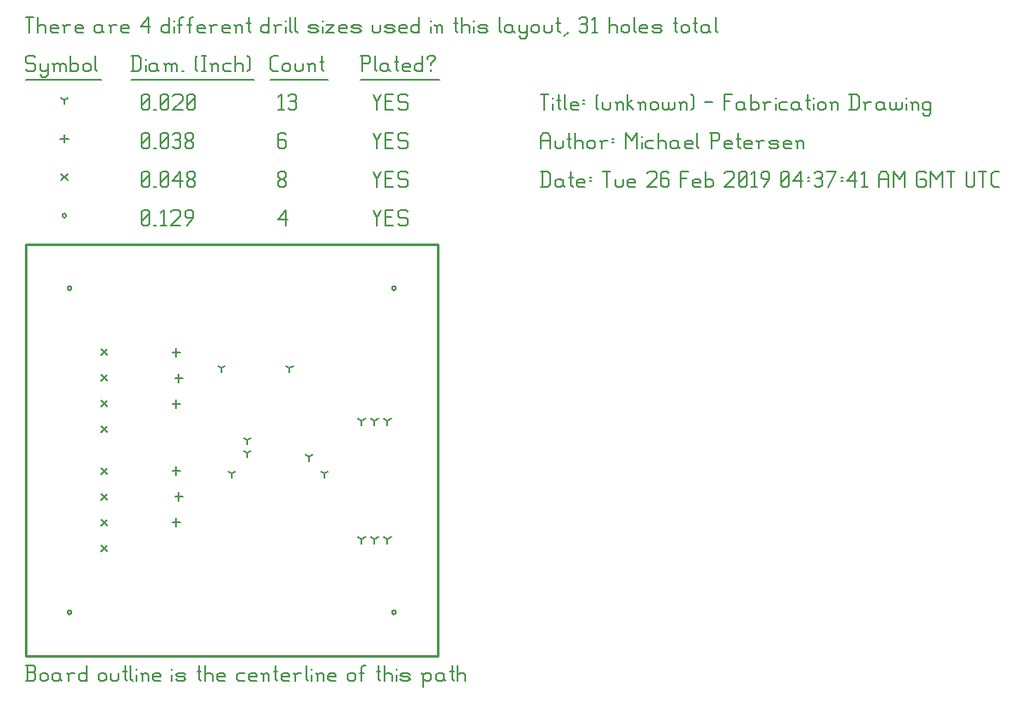
<source format=gbr>
G04 start of page 12 for group -3984 idx -3984 *
G04 Title: (unknown), fab *
G04 Creator: pcb 20140316 *
G04 CreationDate: Tue 26 Feb 2019 04:37:41 AM GMT UTC *
G04 For: railfan *
G04 Format: Gerber/RS-274X *
G04 PCB-Dimensions (mil): 1600.00 1600.00 *
G04 PCB-Coordinate-Origin: lower left *
%MOIN*%
%FSLAX25Y25*%
%LNFAB*%
%ADD69C,0.0100*%
%ADD68C,0.0075*%
%ADD67C,0.0060*%
%ADD66R,0.0080X0.0080*%
G54D66*X142200Y143000D02*G75*G03X143800Y143000I800J0D01*G01*
G75*G03X142200Y143000I-800J0D01*G01*
X16200D02*G75*G03X17800Y143000I800J0D01*G01*
G75*G03X16200Y143000I-800J0D01*G01*
X142200Y17000D02*G75*G03X143800Y17000I800J0D01*G01*
G75*G03X142200Y17000I-800J0D01*G01*
X16200D02*G75*G03X17800Y17000I800J0D01*G01*
G75*G03X16200Y17000I-800J0D01*G01*
X14200Y171250D02*G75*G03X15800Y171250I800J0D01*G01*
G75*G03X14200Y171250I-800J0D01*G01*
G54D67*X135000Y173500D02*X136500Y170500D01*
X138000Y173500D01*
X136500Y170500D02*Y167500D01*
X139800Y170800D02*X142050D01*
X139800Y167500D02*X142800D01*
X139800Y173500D02*Y167500D01*
Y173500D02*X142800D01*
X147600D02*X148350Y172750D01*
X145350Y173500D02*X147600D01*
X144600Y172750D02*X145350Y173500D01*
X144600Y172750D02*Y171250D01*
X145350Y170500D01*
X147600D01*
X148350Y169750D01*
Y168250D01*
X147600Y167500D02*X148350Y168250D01*
X145350Y167500D02*X147600D01*
X144600Y168250D02*X145350Y167500D01*
X98000Y169750D02*X101000Y173500D01*
X98000Y169750D02*X101750D01*
X101000Y173500D02*Y167500D01*
X45000Y168250D02*X45750Y167500D01*
X45000Y172750D02*Y168250D01*
Y172750D02*X45750Y173500D01*
X47250D01*
X48000Y172750D01*
Y168250D01*
X47250Y167500D02*X48000Y168250D01*
X45750Y167500D02*X47250D01*
X45000Y169000D02*X48000Y172000D01*
X49800Y167500D02*X50550D01*
X52350Y172300D02*X53550Y173500D01*
Y167500D01*
X52350D02*X54600D01*
X56400Y172750D02*X57150Y173500D01*
X59400D01*
X60150Y172750D01*
Y171250D01*
X56400Y167500D02*X60150Y171250D01*
X56400Y167500D02*X60150D01*
X62700D02*X64950Y170500D01*
Y172750D02*Y170500D01*
X64200Y173500D02*X64950Y172750D01*
X62700Y173500D02*X64200D01*
X61950Y172750D02*X62700Y173500D01*
X61950Y172750D02*Y171250D01*
X62700Y170500D01*
X64950D01*
X29300Y73200D02*X31700Y70800D01*
X29300D02*X31700Y73200D01*
X29300Y63200D02*X31700Y60800D01*
X29300D02*X31700Y63200D01*
X29300Y53200D02*X31700Y50800D01*
X29300D02*X31700Y53200D01*
X29300Y43200D02*X31700Y40800D01*
X29300D02*X31700Y43200D01*
X29400Y119400D02*X31800Y117000D01*
X29400D02*X31800Y119400D01*
X29400Y109400D02*X31800Y107000D01*
X29400D02*X31800Y109400D01*
X29400Y99400D02*X31800Y97000D01*
X29400D02*X31800Y99400D01*
X29400Y89400D02*X31800Y87000D01*
X29400D02*X31800Y89400D01*
X13800Y187450D02*X16200Y185050D01*
X13800D02*X16200Y187450D01*
X135000Y188500D02*X136500Y185500D01*
X138000Y188500D01*
X136500Y185500D02*Y182500D01*
X139800Y185800D02*X142050D01*
X139800Y182500D02*X142800D01*
X139800Y188500D02*Y182500D01*
Y188500D02*X142800D01*
X147600D02*X148350Y187750D01*
X145350Y188500D02*X147600D01*
X144600Y187750D02*X145350Y188500D01*
X144600Y187750D02*Y186250D01*
X145350Y185500D01*
X147600D01*
X148350Y184750D01*
Y183250D01*
X147600Y182500D02*X148350Y183250D01*
X145350Y182500D02*X147600D01*
X144600Y183250D02*X145350Y182500D01*
X98000Y183250D02*X98750Y182500D01*
X98000Y184450D02*Y183250D01*
Y184450D02*X99050Y185500D01*
X99950D01*
X101000Y184450D01*
Y183250D01*
X100250Y182500D02*X101000Y183250D01*
X98750Y182500D02*X100250D01*
X98000Y186550D02*X99050Y185500D01*
X98000Y187750D02*Y186550D01*
Y187750D02*X98750Y188500D01*
X100250D01*
X101000Y187750D01*
Y186550D01*
X99950Y185500D02*X101000Y186550D01*
X45000Y183250D02*X45750Y182500D01*
X45000Y187750D02*Y183250D01*
Y187750D02*X45750Y188500D01*
X47250D01*
X48000Y187750D01*
Y183250D01*
X47250Y182500D02*X48000Y183250D01*
X45750Y182500D02*X47250D01*
X45000Y184000D02*X48000Y187000D01*
X49800Y182500D02*X50550D01*
X52350Y183250D02*X53100Y182500D01*
X52350Y187750D02*Y183250D01*
Y187750D02*X53100Y188500D01*
X54600D01*
X55350Y187750D01*
Y183250D01*
X54600Y182500D02*X55350Y183250D01*
X53100Y182500D02*X54600D01*
X52350Y184000D02*X55350Y187000D01*
X57150Y184750D02*X60150Y188500D01*
X57150Y184750D02*X60900D01*
X60150Y188500D02*Y182500D01*
X62700Y183250D02*X63450Y182500D01*
X62700Y184450D02*Y183250D01*
Y184450D02*X63750Y185500D01*
X64650D01*
X65700Y184450D01*
Y183250D01*
X64950Y182500D02*X65700Y183250D01*
X63450Y182500D02*X64950D01*
X62700Y186550D02*X63750Y185500D01*
X62700Y187750D02*Y186550D01*
Y187750D02*X63450Y188500D01*
X64950D01*
X65700Y187750D01*
Y186550D01*
X64650Y185500D02*X65700Y186550D01*
X58500Y73600D02*Y70400D01*
X56900Y72000D02*X60100D01*
X59500Y63600D02*Y60400D01*
X57900Y62000D02*X61100D01*
X58500Y53600D02*Y50400D01*
X56900Y52000D02*X60100D01*
X58500Y119600D02*Y116400D01*
X56900Y118000D02*X60100D01*
X59500Y109600D02*Y106400D01*
X57900Y108000D02*X61100D01*
X58500Y99600D02*Y96400D01*
X56900Y98000D02*X60100D01*
X15000Y202850D02*Y199650D01*
X13400Y201250D02*X16600D01*
X135000Y203500D02*X136500Y200500D01*
X138000Y203500D01*
X136500Y200500D02*Y197500D01*
X139800Y200800D02*X142050D01*
X139800Y197500D02*X142800D01*
X139800Y203500D02*Y197500D01*
Y203500D02*X142800D01*
X147600D02*X148350Y202750D01*
X145350Y203500D02*X147600D01*
X144600Y202750D02*X145350Y203500D01*
X144600Y202750D02*Y201250D01*
X145350Y200500D01*
X147600D01*
X148350Y199750D01*
Y198250D01*
X147600Y197500D02*X148350Y198250D01*
X145350Y197500D02*X147600D01*
X144600Y198250D02*X145350Y197500D01*
X100250Y203500D02*X101000Y202750D01*
X98750Y203500D02*X100250D01*
X98000Y202750D02*X98750Y203500D01*
X98000Y202750D02*Y198250D01*
X98750Y197500D01*
X100250Y200800D02*X101000Y200050D01*
X98000Y200800D02*X100250D01*
X98750Y197500D02*X100250D01*
X101000Y198250D01*
Y200050D02*Y198250D01*
X45000D02*X45750Y197500D01*
X45000Y202750D02*Y198250D01*
Y202750D02*X45750Y203500D01*
X47250D01*
X48000Y202750D01*
Y198250D01*
X47250Y197500D02*X48000Y198250D01*
X45750Y197500D02*X47250D01*
X45000Y199000D02*X48000Y202000D01*
X49800Y197500D02*X50550D01*
X52350Y198250D02*X53100Y197500D01*
X52350Y202750D02*Y198250D01*
Y202750D02*X53100Y203500D01*
X54600D01*
X55350Y202750D01*
Y198250D01*
X54600Y197500D02*X55350Y198250D01*
X53100Y197500D02*X54600D01*
X52350Y199000D02*X55350Y202000D01*
X57150Y202750D02*X57900Y203500D01*
X59400D01*
X60150Y202750D01*
X59400Y197500D02*X60150Y198250D01*
X57900Y197500D02*X59400D01*
X57150Y198250D02*X57900Y197500D01*
Y200800D02*X59400D01*
X60150Y202750D02*Y201550D01*
Y200050D02*Y198250D01*
Y200050D02*X59400Y200800D01*
X60150Y201550D02*X59400Y200800D01*
X61950Y198250D02*X62700Y197500D01*
X61950Y199450D02*Y198250D01*
Y199450D02*X63000Y200500D01*
X63900D01*
X64950Y199450D01*
Y198250D01*
X64200Y197500D02*X64950Y198250D01*
X62700Y197500D02*X64200D01*
X61950Y201550D02*X63000Y200500D01*
X61950Y202750D02*Y201550D01*
Y202750D02*X62700Y203500D01*
X64200D01*
X64950Y202750D01*
Y201550D01*
X63900Y200500D02*X64950Y201550D01*
X86000Y84000D02*Y82400D01*
Y84000D02*X87387Y84800D01*
X86000Y84000D02*X84613Y84800D01*
X86000Y79000D02*Y77400D01*
Y79000D02*X87387Y79800D01*
X86000Y79000D02*X84613Y79800D01*
X130500Y91500D02*Y89900D01*
Y91500D02*X131887Y92300D01*
X130500Y91500D02*X129113Y92300D01*
X135500Y91500D02*Y89900D01*
Y91500D02*X136887Y92300D01*
X135500Y91500D02*X134113Y92300D01*
X140500Y91500D02*Y89900D01*
Y91500D02*X141887Y92300D01*
X140500Y91500D02*X139113Y92300D01*
X130500Y45500D02*Y43900D01*
Y45500D02*X131887Y46300D01*
X130500Y45500D02*X129113Y46300D01*
X135500Y45500D02*Y43900D01*
Y45500D02*X136887Y46300D01*
X135500Y45500D02*X134113Y46300D01*
X140500Y45500D02*Y43900D01*
Y45500D02*X141887Y46300D01*
X140500Y45500D02*X139113Y46300D01*
X102500Y112000D02*Y110400D01*
Y112000D02*X103887Y112800D01*
X102500Y112000D02*X101113Y112800D01*
X76000Y112000D02*Y110400D01*
Y112000D02*X77387Y112800D01*
X76000Y112000D02*X74613Y112800D01*
X80000Y71000D02*Y69400D01*
Y71000D02*X81387Y71800D01*
X80000Y71000D02*X78613Y71800D01*
X110000Y77500D02*Y75900D01*
Y77500D02*X111387Y78300D01*
X110000Y77500D02*X108613Y78300D01*
X116000Y71000D02*Y69400D01*
Y71000D02*X117387Y71800D01*
X116000Y71000D02*X114613Y71800D01*
X15000Y216250D02*Y214650D01*
Y216250D02*X16387Y217050D01*
X15000Y216250D02*X13613Y217050D01*
X135000Y218500D02*X136500Y215500D01*
X138000Y218500D01*
X136500Y215500D02*Y212500D01*
X139800Y215800D02*X142050D01*
X139800Y212500D02*X142800D01*
X139800Y218500D02*Y212500D01*
Y218500D02*X142800D01*
X147600D02*X148350Y217750D01*
X145350Y218500D02*X147600D01*
X144600Y217750D02*X145350Y218500D01*
X144600Y217750D02*Y216250D01*
X145350Y215500D01*
X147600D01*
X148350Y214750D01*
Y213250D01*
X147600Y212500D02*X148350Y213250D01*
X145350Y212500D02*X147600D01*
X144600Y213250D02*X145350Y212500D01*
X98000Y217300D02*X99200Y218500D01*
Y212500D01*
X98000D02*X100250D01*
X102050Y217750D02*X102800Y218500D01*
X104300D01*
X105050Y217750D01*
X104300Y212500D02*X105050Y213250D01*
X102800Y212500D02*X104300D01*
X102050Y213250D02*X102800Y212500D01*
Y215800D02*X104300D01*
X105050Y217750D02*Y216550D01*
Y215050D02*Y213250D01*
Y215050D02*X104300Y215800D01*
X105050Y216550D02*X104300Y215800D01*
X45000Y213250D02*X45750Y212500D01*
X45000Y217750D02*Y213250D01*
Y217750D02*X45750Y218500D01*
X47250D01*
X48000Y217750D01*
Y213250D01*
X47250Y212500D02*X48000Y213250D01*
X45750Y212500D02*X47250D01*
X45000Y214000D02*X48000Y217000D01*
X49800Y212500D02*X50550D01*
X52350Y213250D02*X53100Y212500D01*
X52350Y217750D02*Y213250D01*
Y217750D02*X53100Y218500D01*
X54600D01*
X55350Y217750D01*
Y213250D01*
X54600Y212500D02*X55350Y213250D01*
X53100Y212500D02*X54600D01*
X52350Y214000D02*X55350Y217000D01*
X57150Y217750D02*X57900Y218500D01*
X60150D01*
X60900Y217750D01*
Y216250D01*
X57150Y212500D02*X60900Y216250D01*
X57150Y212500D02*X60900D01*
X62700Y213250D02*X63450Y212500D01*
X62700Y217750D02*Y213250D01*
Y217750D02*X63450Y218500D01*
X64950D01*
X65700Y217750D01*
Y213250D01*
X64950Y212500D02*X65700Y213250D01*
X63450Y212500D02*X64950D01*
X62700Y214000D02*X65700Y217000D01*
X3000Y233500D02*X3750Y232750D01*
X750Y233500D02*X3000D01*
X0Y232750D02*X750Y233500D01*
X0Y232750D02*Y231250D01*
X750Y230500D01*
X3000D01*
X3750Y229750D01*
Y228250D01*
X3000Y227500D02*X3750Y228250D01*
X750Y227500D02*X3000D01*
X0Y228250D02*X750Y227500D01*
X5550Y230500D02*Y228250D01*
X6300Y227500D01*
X8550Y230500D02*Y226000D01*
X7800Y225250D02*X8550Y226000D01*
X6300Y225250D02*X7800D01*
X5550Y226000D02*X6300Y225250D01*
Y227500D02*X7800D01*
X8550Y228250D01*
X11100Y229750D02*Y227500D01*
Y229750D02*X11850Y230500D01*
X12600D01*
X13350Y229750D01*
Y227500D01*
Y229750D02*X14100Y230500D01*
X14850D01*
X15600Y229750D01*
Y227500D01*
X10350Y230500D02*X11100Y229750D01*
X17400Y233500D02*Y227500D01*
Y228250D02*X18150Y227500D01*
X19650D01*
X20400Y228250D01*
Y229750D02*Y228250D01*
X19650Y230500D02*X20400Y229750D01*
X18150Y230500D02*X19650D01*
X17400Y229750D02*X18150Y230500D01*
X22200Y229750D02*Y228250D01*
Y229750D02*X22950Y230500D01*
X24450D01*
X25200Y229750D01*
Y228250D01*
X24450Y227500D02*X25200Y228250D01*
X22950Y227500D02*X24450D01*
X22200Y228250D02*X22950Y227500D01*
X27000Y233500D02*Y228250D01*
X27750Y227500D01*
X0Y224250D02*X29250D01*
X41750Y233500D02*Y227500D01*
X43700Y233500D02*X44750Y232450D01*
Y228550D01*
X43700Y227500D02*X44750Y228550D01*
X41000Y227500D02*X43700D01*
X41000Y233500D02*X43700D01*
G54D68*X46550Y232000D02*Y231850D01*
G54D67*Y229750D02*Y227500D01*
X50300Y230500D02*X51050Y229750D01*
X48800Y230500D02*X50300D01*
X48050Y229750D02*X48800Y230500D01*
X48050Y229750D02*Y228250D01*
X48800Y227500D01*
X51050Y230500D02*Y228250D01*
X51800Y227500D01*
X48800D02*X50300D01*
X51050Y228250D01*
X54350Y229750D02*Y227500D01*
Y229750D02*X55100Y230500D01*
X55850D01*
X56600Y229750D01*
Y227500D01*
Y229750D02*X57350Y230500D01*
X58100D01*
X58850Y229750D01*
Y227500D01*
X53600Y230500D02*X54350Y229750D01*
X60650Y227500D02*X61400D01*
X65900Y228250D02*X66650Y227500D01*
X65900Y232750D02*X66650Y233500D01*
X65900Y232750D02*Y228250D01*
X68450Y233500D02*X69950D01*
X69200D02*Y227500D01*
X68450D02*X69950D01*
X72500Y229750D02*Y227500D01*
Y229750D02*X73250Y230500D01*
X74000D01*
X74750Y229750D01*
Y227500D01*
X71750Y230500D02*X72500Y229750D01*
X77300Y230500D02*X79550D01*
X76550Y229750D02*X77300Y230500D01*
X76550Y229750D02*Y228250D01*
X77300Y227500D01*
X79550D01*
X81350Y233500D02*Y227500D01*
Y229750D02*X82100Y230500D01*
X83600D01*
X84350Y229750D01*
Y227500D01*
X86150Y233500D02*X86900Y232750D01*
Y228250D01*
X86150Y227500D02*X86900Y228250D01*
X41000Y224250D02*X88700D01*
X96050Y227500D02*X98000D01*
X95000Y228550D02*X96050Y227500D01*
X95000Y232450D02*Y228550D01*
Y232450D02*X96050Y233500D01*
X98000D01*
X99800Y229750D02*Y228250D01*
Y229750D02*X100550Y230500D01*
X102050D01*
X102800Y229750D01*
Y228250D01*
X102050Y227500D02*X102800Y228250D01*
X100550Y227500D02*X102050D01*
X99800Y228250D02*X100550Y227500D01*
X104600Y230500D02*Y228250D01*
X105350Y227500D01*
X106850D01*
X107600Y228250D01*
Y230500D02*Y228250D01*
X110150Y229750D02*Y227500D01*
Y229750D02*X110900Y230500D01*
X111650D01*
X112400Y229750D01*
Y227500D01*
X109400Y230500D02*X110150Y229750D01*
X114950Y233500D02*Y228250D01*
X115700Y227500D01*
X114200Y231250D02*X115700D01*
X95000Y224250D02*X117200D01*
X130750Y233500D02*Y227500D01*
X130000Y233500D02*X133000D01*
X133750Y232750D01*
Y231250D01*
X133000Y230500D02*X133750Y231250D01*
X130750Y230500D02*X133000D01*
X135550Y233500D02*Y228250D01*
X136300Y227500D01*
X140050Y230500D02*X140800Y229750D01*
X138550Y230500D02*X140050D01*
X137800Y229750D02*X138550Y230500D01*
X137800Y229750D02*Y228250D01*
X138550Y227500D01*
X140800Y230500D02*Y228250D01*
X141550Y227500D01*
X138550D02*X140050D01*
X140800Y228250D01*
X144100Y233500D02*Y228250D01*
X144850Y227500D01*
X143350Y231250D02*X144850D01*
X147100Y227500D02*X149350D01*
X146350Y228250D02*X147100Y227500D01*
X146350Y229750D02*Y228250D01*
Y229750D02*X147100Y230500D01*
X148600D01*
X149350Y229750D01*
X146350Y229000D02*X149350D01*
Y229750D02*Y229000D01*
X154150Y233500D02*Y227500D01*
X153400D02*X154150Y228250D01*
X151900Y227500D02*X153400D01*
X151150Y228250D02*X151900Y227500D01*
X151150Y229750D02*Y228250D01*
Y229750D02*X151900Y230500D01*
X153400D01*
X154150Y229750D01*
X157450Y230500D02*Y229750D01*
Y228250D02*Y227500D01*
X155950Y232750D02*Y232000D01*
Y232750D02*X156700Y233500D01*
X158200D01*
X158950Y232750D01*
Y232000D01*
X157450Y230500D02*X158950Y232000D01*
X130000Y224250D02*X160750D01*
X0Y248500D02*X3000D01*
X1500D02*Y242500D01*
X4800Y248500D02*Y242500D01*
Y244750D02*X5550Y245500D01*
X7050D01*
X7800Y244750D01*
Y242500D01*
X10350D02*X12600D01*
X9600Y243250D02*X10350Y242500D01*
X9600Y244750D02*Y243250D01*
Y244750D02*X10350Y245500D01*
X11850D01*
X12600Y244750D01*
X9600Y244000D02*X12600D01*
Y244750D02*Y244000D01*
X15150Y244750D02*Y242500D01*
Y244750D02*X15900Y245500D01*
X17400D01*
X14400D02*X15150Y244750D01*
X19950Y242500D02*X22200D01*
X19200Y243250D02*X19950Y242500D01*
X19200Y244750D02*Y243250D01*
Y244750D02*X19950Y245500D01*
X21450D01*
X22200Y244750D01*
X19200Y244000D02*X22200D01*
Y244750D02*Y244000D01*
X28950Y245500D02*X29700Y244750D01*
X27450Y245500D02*X28950D01*
X26700Y244750D02*X27450Y245500D01*
X26700Y244750D02*Y243250D01*
X27450Y242500D01*
X29700Y245500D02*Y243250D01*
X30450Y242500D01*
X27450D02*X28950D01*
X29700Y243250D01*
X33000Y244750D02*Y242500D01*
Y244750D02*X33750Y245500D01*
X35250D01*
X32250D02*X33000Y244750D01*
X37800Y242500D02*X40050D01*
X37050Y243250D02*X37800Y242500D01*
X37050Y244750D02*Y243250D01*
Y244750D02*X37800Y245500D01*
X39300D01*
X40050Y244750D01*
X37050Y244000D02*X40050D01*
Y244750D02*Y244000D01*
X44550Y244750D02*X47550Y248500D01*
X44550Y244750D02*X48300D01*
X47550Y248500D02*Y242500D01*
X55800Y248500D02*Y242500D01*
X55050D02*X55800Y243250D01*
X53550Y242500D02*X55050D01*
X52800Y243250D02*X53550Y242500D01*
X52800Y244750D02*Y243250D01*
Y244750D02*X53550Y245500D01*
X55050D01*
X55800Y244750D01*
G54D68*X57600Y247000D02*Y246850D01*
G54D67*Y244750D02*Y242500D01*
X59850Y247750D02*Y242500D01*
Y247750D02*X60600Y248500D01*
X61350D01*
X59100Y245500D02*X60600D01*
X63600Y247750D02*Y242500D01*
Y247750D02*X64350Y248500D01*
X65100D01*
X62850Y245500D02*X64350D01*
X67350Y242500D02*X69600D01*
X66600Y243250D02*X67350Y242500D01*
X66600Y244750D02*Y243250D01*
Y244750D02*X67350Y245500D01*
X68850D01*
X69600Y244750D01*
X66600Y244000D02*X69600D01*
Y244750D02*Y244000D01*
X72150Y244750D02*Y242500D01*
Y244750D02*X72900Y245500D01*
X74400D01*
X71400D02*X72150Y244750D01*
X76950Y242500D02*X79200D01*
X76200Y243250D02*X76950Y242500D01*
X76200Y244750D02*Y243250D01*
Y244750D02*X76950Y245500D01*
X78450D01*
X79200Y244750D01*
X76200Y244000D02*X79200D01*
Y244750D02*Y244000D01*
X81750Y244750D02*Y242500D01*
Y244750D02*X82500Y245500D01*
X83250D01*
X84000Y244750D01*
Y242500D01*
X81000Y245500D02*X81750Y244750D01*
X86550Y248500D02*Y243250D01*
X87300Y242500D01*
X85800Y246250D02*X87300D01*
X94500Y248500D02*Y242500D01*
X93750D02*X94500Y243250D01*
X92250Y242500D02*X93750D01*
X91500Y243250D02*X92250Y242500D01*
X91500Y244750D02*Y243250D01*
Y244750D02*X92250Y245500D01*
X93750D01*
X94500Y244750D01*
X97050D02*Y242500D01*
Y244750D02*X97800Y245500D01*
X99300D01*
X96300D02*X97050Y244750D01*
G54D68*X101100Y247000D02*Y246850D01*
G54D67*Y244750D02*Y242500D01*
X102600Y248500D02*Y243250D01*
X103350Y242500D01*
X104850Y248500D02*Y243250D01*
X105600Y242500D01*
X110550D02*X112800D01*
X113550Y243250D01*
X112800Y244000D02*X113550Y243250D01*
X110550Y244000D02*X112800D01*
X109800Y244750D02*X110550Y244000D01*
X109800Y244750D02*X110550Y245500D01*
X112800D01*
X113550Y244750D01*
X109800Y243250D02*X110550Y242500D01*
G54D68*X115350Y247000D02*Y246850D01*
G54D67*Y244750D02*Y242500D01*
X116850Y245500D02*X119850D01*
X116850Y242500D02*X119850Y245500D01*
X116850Y242500D02*X119850D01*
X122400D02*X124650D01*
X121650Y243250D02*X122400Y242500D01*
X121650Y244750D02*Y243250D01*
Y244750D02*X122400Y245500D01*
X123900D01*
X124650Y244750D01*
X121650Y244000D02*X124650D01*
Y244750D02*Y244000D01*
X127200Y242500D02*X129450D01*
X130200Y243250D01*
X129450Y244000D02*X130200Y243250D01*
X127200Y244000D02*X129450D01*
X126450Y244750D02*X127200Y244000D01*
X126450Y244750D02*X127200Y245500D01*
X129450D01*
X130200Y244750D01*
X126450Y243250D02*X127200Y242500D01*
X134700Y245500D02*Y243250D01*
X135450Y242500D01*
X136950D01*
X137700Y243250D01*
Y245500D02*Y243250D01*
X140250Y242500D02*X142500D01*
X143250Y243250D01*
X142500Y244000D02*X143250Y243250D01*
X140250Y244000D02*X142500D01*
X139500Y244750D02*X140250Y244000D01*
X139500Y244750D02*X140250Y245500D01*
X142500D01*
X143250Y244750D01*
X139500Y243250D02*X140250Y242500D01*
X145800D02*X148050D01*
X145050Y243250D02*X145800Y242500D01*
X145050Y244750D02*Y243250D01*
Y244750D02*X145800Y245500D01*
X147300D01*
X148050Y244750D01*
X145050Y244000D02*X148050D01*
Y244750D02*Y244000D01*
X152850Y248500D02*Y242500D01*
X152100D02*X152850Y243250D01*
X150600Y242500D02*X152100D01*
X149850Y243250D02*X150600Y242500D01*
X149850Y244750D02*Y243250D01*
Y244750D02*X150600Y245500D01*
X152100D01*
X152850Y244750D01*
G54D68*X157350Y247000D02*Y246850D01*
G54D67*Y244750D02*Y242500D01*
X159600Y244750D02*Y242500D01*
Y244750D02*X160350Y245500D01*
X161100D01*
X161850Y244750D01*
Y242500D01*
X158850Y245500D02*X159600Y244750D01*
X167100Y248500D02*Y243250D01*
X167850Y242500D01*
X166350Y246250D02*X167850D01*
X169350Y248500D02*Y242500D01*
Y244750D02*X170100Y245500D01*
X171600D01*
X172350Y244750D01*
Y242500D01*
G54D68*X174150Y247000D02*Y246850D01*
G54D67*Y244750D02*Y242500D01*
X176400D02*X178650D01*
X179400Y243250D01*
X178650Y244000D02*X179400Y243250D01*
X176400Y244000D02*X178650D01*
X175650Y244750D02*X176400Y244000D01*
X175650Y244750D02*X176400Y245500D01*
X178650D01*
X179400Y244750D01*
X175650Y243250D02*X176400Y242500D01*
X183900Y248500D02*Y243250D01*
X184650Y242500D01*
X188400Y245500D02*X189150Y244750D01*
X186900Y245500D02*X188400D01*
X186150Y244750D02*X186900Y245500D01*
X186150Y244750D02*Y243250D01*
X186900Y242500D01*
X189150Y245500D02*Y243250D01*
X189900Y242500D01*
X186900D02*X188400D01*
X189150Y243250D01*
X191700Y245500D02*Y243250D01*
X192450Y242500D01*
X194700Y245500D02*Y241000D01*
X193950Y240250D02*X194700Y241000D01*
X192450Y240250D02*X193950D01*
X191700Y241000D02*X192450Y240250D01*
Y242500D02*X193950D01*
X194700Y243250D01*
X196500Y244750D02*Y243250D01*
Y244750D02*X197250Y245500D01*
X198750D01*
X199500Y244750D01*
Y243250D01*
X198750Y242500D02*X199500Y243250D01*
X197250Y242500D02*X198750D01*
X196500Y243250D02*X197250Y242500D01*
X201300Y245500D02*Y243250D01*
X202050Y242500D01*
X203550D01*
X204300Y243250D01*
Y245500D02*Y243250D01*
X206850Y248500D02*Y243250D01*
X207600Y242500D01*
X206100Y246250D02*X207600D01*
X209100Y241000D02*X210600Y242500D01*
X215100Y247750D02*X215850Y248500D01*
X217350D01*
X218100Y247750D01*
X217350Y242500D02*X218100Y243250D01*
X215850Y242500D02*X217350D01*
X215100Y243250D02*X215850Y242500D01*
Y245800D02*X217350D01*
X218100Y247750D02*Y246550D01*
Y245050D02*Y243250D01*
Y245050D02*X217350Y245800D01*
X218100Y246550D02*X217350Y245800D01*
X219900Y247300D02*X221100Y248500D01*
Y242500D01*
X219900D02*X222150D01*
X226650Y248500D02*Y242500D01*
Y244750D02*X227400Y245500D01*
X228900D01*
X229650Y244750D01*
Y242500D01*
X231450Y244750D02*Y243250D01*
Y244750D02*X232200Y245500D01*
X233700D01*
X234450Y244750D01*
Y243250D01*
X233700Y242500D02*X234450Y243250D01*
X232200Y242500D02*X233700D01*
X231450Y243250D02*X232200Y242500D01*
X236250Y248500D02*Y243250D01*
X237000Y242500D01*
X239250D02*X241500D01*
X238500Y243250D02*X239250Y242500D01*
X238500Y244750D02*Y243250D01*
Y244750D02*X239250Y245500D01*
X240750D01*
X241500Y244750D01*
X238500Y244000D02*X241500D01*
Y244750D02*Y244000D01*
X244050Y242500D02*X246300D01*
X247050Y243250D01*
X246300Y244000D02*X247050Y243250D01*
X244050Y244000D02*X246300D01*
X243300Y244750D02*X244050Y244000D01*
X243300Y244750D02*X244050Y245500D01*
X246300D01*
X247050Y244750D01*
X243300Y243250D02*X244050Y242500D01*
X252300Y248500D02*Y243250D01*
X253050Y242500D01*
X251550Y246250D02*X253050D01*
X254550Y244750D02*Y243250D01*
Y244750D02*X255300Y245500D01*
X256800D01*
X257550Y244750D01*
Y243250D01*
X256800Y242500D02*X257550Y243250D01*
X255300Y242500D02*X256800D01*
X254550Y243250D02*X255300Y242500D01*
X260100Y248500D02*Y243250D01*
X260850Y242500D01*
X259350Y246250D02*X260850D01*
X264600Y245500D02*X265350Y244750D01*
X263100Y245500D02*X264600D01*
X262350Y244750D02*X263100Y245500D01*
X262350Y244750D02*Y243250D01*
X263100Y242500D01*
X265350Y245500D02*Y243250D01*
X266100Y242500D01*
X263100D02*X264600D01*
X265350Y243250D01*
X267900Y248500D02*Y243250D01*
X268650Y242500D01*
G54D69*X0Y0D02*X160000D01*
Y160000D01*
X0D01*
Y0D01*
G54D67*Y-9500D02*X3000D01*
X3750Y-8750D01*
Y-6950D02*Y-8750D01*
X3000Y-6200D02*X3750Y-6950D01*
X750Y-6200D02*X3000D01*
X750Y-3500D02*Y-9500D01*
X0Y-3500D02*X3000D01*
X3750Y-4250D01*
Y-5450D01*
X3000Y-6200D02*X3750Y-5450D01*
X5550Y-7250D02*Y-8750D01*
Y-7250D02*X6300Y-6500D01*
X7800D01*
X8550Y-7250D01*
Y-8750D01*
X7800Y-9500D02*X8550Y-8750D01*
X6300Y-9500D02*X7800D01*
X5550Y-8750D02*X6300Y-9500D01*
X12600Y-6500D02*X13350Y-7250D01*
X11100Y-6500D02*X12600D01*
X10350Y-7250D02*X11100Y-6500D01*
X10350Y-7250D02*Y-8750D01*
X11100Y-9500D01*
X13350Y-6500D02*Y-8750D01*
X14100Y-9500D01*
X11100D02*X12600D01*
X13350Y-8750D01*
X16650Y-7250D02*Y-9500D01*
Y-7250D02*X17400Y-6500D01*
X18900D01*
X15900D02*X16650Y-7250D01*
X23700Y-3500D02*Y-9500D01*
X22950D02*X23700Y-8750D01*
X21450Y-9500D02*X22950D01*
X20700Y-8750D02*X21450Y-9500D01*
X20700Y-7250D02*Y-8750D01*
Y-7250D02*X21450Y-6500D01*
X22950D01*
X23700Y-7250D01*
X28200D02*Y-8750D01*
Y-7250D02*X28950Y-6500D01*
X30450D01*
X31200Y-7250D01*
Y-8750D01*
X30450Y-9500D02*X31200Y-8750D01*
X28950Y-9500D02*X30450D01*
X28200Y-8750D02*X28950Y-9500D01*
X33000Y-6500D02*Y-8750D01*
X33750Y-9500D01*
X35250D01*
X36000Y-8750D01*
Y-6500D02*Y-8750D01*
X38550Y-3500D02*Y-8750D01*
X39300Y-9500D01*
X37800Y-5750D02*X39300D01*
X40800Y-3500D02*Y-8750D01*
X41550Y-9500D01*
G54D68*X43050Y-5000D02*Y-5150D01*
G54D67*Y-7250D02*Y-9500D01*
X45300Y-7250D02*Y-9500D01*
Y-7250D02*X46050Y-6500D01*
X46800D01*
X47550Y-7250D01*
Y-9500D01*
X44550Y-6500D02*X45300Y-7250D01*
X50100Y-9500D02*X52350D01*
X49350Y-8750D02*X50100Y-9500D01*
X49350Y-7250D02*Y-8750D01*
Y-7250D02*X50100Y-6500D01*
X51600D01*
X52350Y-7250D01*
X49350Y-8000D02*X52350D01*
Y-7250D02*Y-8000D01*
G54D68*X56850Y-5000D02*Y-5150D01*
G54D67*Y-7250D02*Y-9500D01*
X59100D02*X61350D01*
X62100Y-8750D01*
X61350Y-8000D02*X62100Y-8750D01*
X59100Y-8000D02*X61350D01*
X58350Y-7250D02*X59100Y-8000D01*
X58350Y-7250D02*X59100Y-6500D01*
X61350D01*
X62100Y-7250D01*
X58350Y-8750D02*X59100Y-9500D01*
X67350Y-3500D02*Y-8750D01*
X68100Y-9500D01*
X66600Y-5750D02*X68100D01*
X69600Y-3500D02*Y-9500D01*
Y-7250D02*X70350Y-6500D01*
X71850D01*
X72600Y-7250D01*
Y-9500D01*
X75150D02*X77400D01*
X74400Y-8750D02*X75150Y-9500D01*
X74400Y-7250D02*Y-8750D01*
Y-7250D02*X75150Y-6500D01*
X76650D01*
X77400Y-7250D01*
X74400Y-8000D02*X77400D01*
Y-7250D02*Y-8000D01*
X82650Y-6500D02*X84900D01*
X81900Y-7250D02*X82650Y-6500D01*
X81900Y-7250D02*Y-8750D01*
X82650Y-9500D01*
X84900D01*
X87450D02*X89700D01*
X86700Y-8750D02*X87450Y-9500D01*
X86700Y-7250D02*Y-8750D01*
Y-7250D02*X87450Y-6500D01*
X88950D01*
X89700Y-7250D01*
X86700Y-8000D02*X89700D01*
Y-7250D02*Y-8000D01*
X92250Y-7250D02*Y-9500D01*
Y-7250D02*X93000Y-6500D01*
X93750D01*
X94500Y-7250D01*
Y-9500D01*
X91500Y-6500D02*X92250Y-7250D01*
X97050Y-3500D02*Y-8750D01*
X97800Y-9500D01*
X96300Y-5750D02*X97800D01*
X100050Y-9500D02*X102300D01*
X99300Y-8750D02*X100050Y-9500D01*
X99300Y-7250D02*Y-8750D01*
Y-7250D02*X100050Y-6500D01*
X101550D01*
X102300Y-7250D01*
X99300Y-8000D02*X102300D01*
Y-7250D02*Y-8000D01*
X104850Y-7250D02*Y-9500D01*
Y-7250D02*X105600Y-6500D01*
X107100D01*
X104100D02*X104850Y-7250D01*
X108900Y-3500D02*Y-8750D01*
X109650Y-9500D01*
G54D68*X111150Y-5000D02*Y-5150D01*
G54D67*Y-7250D02*Y-9500D01*
X113400Y-7250D02*Y-9500D01*
Y-7250D02*X114150Y-6500D01*
X114900D01*
X115650Y-7250D01*
Y-9500D01*
X112650Y-6500D02*X113400Y-7250D01*
X118200Y-9500D02*X120450D01*
X117450Y-8750D02*X118200Y-9500D01*
X117450Y-7250D02*Y-8750D01*
Y-7250D02*X118200Y-6500D01*
X119700D01*
X120450Y-7250D01*
X117450Y-8000D02*X120450D01*
Y-7250D02*Y-8000D01*
X124950Y-7250D02*Y-8750D01*
Y-7250D02*X125700Y-6500D01*
X127200D01*
X127950Y-7250D01*
Y-8750D01*
X127200Y-9500D02*X127950Y-8750D01*
X125700Y-9500D02*X127200D01*
X124950Y-8750D02*X125700Y-9500D01*
X130500Y-4250D02*Y-9500D01*
Y-4250D02*X131250Y-3500D01*
X132000D01*
X129750Y-6500D02*X131250D01*
X136950Y-3500D02*Y-8750D01*
X137700Y-9500D01*
X136200Y-5750D02*X137700D01*
X139200Y-3500D02*Y-9500D01*
Y-7250D02*X139950Y-6500D01*
X141450D01*
X142200Y-7250D01*
Y-9500D01*
G54D68*X144000Y-5000D02*Y-5150D01*
G54D67*Y-7250D02*Y-9500D01*
X146250D02*X148500D01*
X149250Y-8750D01*
X148500Y-8000D02*X149250Y-8750D01*
X146250Y-8000D02*X148500D01*
X145500Y-7250D02*X146250Y-8000D01*
X145500Y-7250D02*X146250Y-6500D01*
X148500D01*
X149250Y-7250D01*
X145500Y-8750D02*X146250Y-9500D01*
X154500Y-7250D02*Y-11750D01*
X153750Y-6500D02*X154500Y-7250D01*
X155250Y-6500D01*
X156750D01*
X157500Y-7250D01*
Y-8750D01*
X156750Y-9500D02*X157500Y-8750D01*
X155250Y-9500D02*X156750D01*
X154500Y-8750D02*X155250Y-9500D01*
X161550Y-6500D02*X162300Y-7250D01*
X160050Y-6500D02*X161550D01*
X159300Y-7250D02*X160050Y-6500D01*
X159300Y-7250D02*Y-8750D01*
X160050Y-9500D01*
X162300Y-6500D02*Y-8750D01*
X163050Y-9500D01*
X160050D02*X161550D01*
X162300Y-8750D01*
X165600Y-3500D02*Y-8750D01*
X166350Y-9500D01*
X164850Y-5750D02*X166350D01*
X167850Y-3500D02*Y-9500D01*
Y-7250D02*X168600Y-6500D01*
X170100D01*
X170850Y-7250D01*
Y-9500D01*
X200750Y188500D02*Y182500D01*
X202700Y188500D02*X203750Y187450D01*
Y183550D01*
X202700Y182500D02*X203750Y183550D01*
X200000Y182500D02*X202700D01*
X200000Y188500D02*X202700D01*
X207800Y185500D02*X208550Y184750D01*
X206300Y185500D02*X207800D01*
X205550Y184750D02*X206300Y185500D01*
X205550Y184750D02*Y183250D01*
X206300Y182500D01*
X208550Y185500D02*Y183250D01*
X209300Y182500D01*
X206300D02*X207800D01*
X208550Y183250D01*
X211850Y188500D02*Y183250D01*
X212600Y182500D01*
X211100Y186250D02*X212600D01*
X214850Y182500D02*X217100D01*
X214100Y183250D02*X214850Y182500D01*
X214100Y184750D02*Y183250D01*
Y184750D02*X214850Y185500D01*
X216350D01*
X217100Y184750D01*
X214100Y184000D02*X217100D01*
Y184750D02*Y184000D01*
X218900Y186250D02*X219650D01*
X218900Y184750D02*X219650D01*
X224150Y188500D02*X227150D01*
X225650D02*Y182500D01*
X228950Y185500D02*Y183250D01*
X229700Y182500D01*
X231200D01*
X231950Y183250D01*
Y185500D02*Y183250D01*
X234500Y182500D02*X236750D01*
X233750Y183250D02*X234500Y182500D01*
X233750Y184750D02*Y183250D01*
Y184750D02*X234500Y185500D01*
X236000D01*
X236750Y184750D01*
X233750Y184000D02*X236750D01*
Y184750D02*Y184000D01*
X241250Y187750D02*X242000Y188500D01*
X244250D01*
X245000Y187750D01*
Y186250D01*
X241250Y182500D02*X245000Y186250D01*
X241250Y182500D02*X245000D01*
X249050Y188500D02*X249800Y187750D01*
X247550Y188500D02*X249050D01*
X246800Y187750D02*X247550Y188500D01*
X246800Y187750D02*Y183250D01*
X247550Y182500D01*
X249050Y185800D02*X249800Y185050D01*
X246800Y185800D02*X249050D01*
X247550Y182500D02*X249050D01*
X249800Y183250D01*
Y185050D02*Y183250D01*
X254300Y188500D02*Y182500D01*
Y188500D02*X257300D01*
X254300Y185800D02*X256550D01*
X259850Y182500D02*X262100D01*
X259100Y183250D02*X259850Y182500D01*
X259100Y184750D02*Y183250D01*
Y184750D02*X259850Y185500D01*
X261350D01*
X262100Y184750D01*
X259100Y184000D02*X262100D01*
Y184750D02*Y184000D01*
X263900Y188500D02*Y182500D01*
Y183250D02*X264650Y182500D01*
X266150D01*
X266900Y183250D01*
Y184750D02*Y183250D01*
X266150Y185500D02*X266900Y184750D01*
X264650Y185500D02*X266150D01*
X263900Y184750D02*X264650Y185500D01*
X271400Y187750D02*X272150Y188500D01*
X274400D01*
X275150Y187750D01*
Y186250D01*
X271400Y182500D02*X275150Y186250D01*
X271400Y182500D02*X275150D01*
X276950Y183250D02*X277700Y182500D01*
X276950Y187750D02*Y183250D01*
Y187750D02*X277700Y188500D01*
X279200D01*
X279950Y187750D01*
Y183250D01*
X279200Y182500D02*X279950Y183250D01*
X277700Y182500D02*X279200D01*
X276950Y184000D02*X279950Y187000D01*
X281750Y187300D02*X282950Y188500D01*
Y182500D01*
X281750D02*X284000D01*
X286550D02*X288800Y185500D01*
Y187750D02*Y185500D01*
X288050Y188500D02*X288800Y187750D01*
X286550Y188500D02*X288050D01*
X285800Y187750D02*X286550Y188500D01*
X285800Y187750D02*Y186250D01*
X286550Y185500D01*
X288800D01*
X293300Y183250D02*X294050Y182500D01*
X293300Y187750D02*Y183250D01*
Y187750D02*X294050Y188500D01*
X295550D01*
X296300Y187750D01*
Y183250D01*
X295550Y182500D02*X296300Y183250D01*
X294050Y182500D02*X295550D01*
X293300Y184000D02*X296300Y187000D01*
X298100Y184750D02*X301100Y188500D01*
X298100Y184750D02*X301850D01*
X301100Y188500D02*Y182500D01*
X303650Y186250D02*X304400D01*
X303650Y184750D02*X304400D01*
X306200Y187750D02*X306950Y188500D01*
X308450D01*
X309200Y187750D01*
X308450Y182500D02*X309200Y183250D01*
X306950Y182500D02*X308450D01*
X306200Y183250D02*X306950Y182500D01*
Y185800D02*X308450D01*
X309200Y187750D02*Y186550D01*
Y185050D02*Y183250D01*
Y185050D02*X308450Y185800D01*
X309200Y186550D02*X308450Y185800D01*
X311750Y182500D02*X314750Y188500D01*
X311000D02*X314750D01*
X316550Y186250D02*X317300D01*
X316550Y184750D02*X317300D01*
X319100D02*X322100Y188500D01*
X319100Y184750D02*X322850D01*
X322100Y188500D02*Y182500D01*
X324650Y187300D02*X325850Y188500D01*
Y182500D01*
X324650D02*X326900D01*
X331400Y187000D02*Y182500D01*
Y187000D02*X332450Y188500D01*
X334100D01*
X335150Y187000D01*
Y182500D01*
X331400Y185500D02*X335150D01*
X336950Y188500D02*Y182500D01*
Y188500D02*X339200Y185500D01*
X341450Y188500D01*
Y182500D01*
X348950Y188500D02*X349700Y187750D01*
X346700Y188500D02*X348950D01*
X345950Y187750D02*X346700Y188500D01*
X345950Y187750D02*Y183250D01*
X346700Y182500D01*
X348950D01*
X349700Y183250D01*
Y184750D02*Y183250D01*
X348950Y185500D02*X349700Y184750D01*
X347450Y185500D02*X348950D01*
X351500Y188500D02*Y182500D01*
Y188500D02*X353750Y185500D01*
X356000Y188500D01*
Y182500D01*
X357800Y188500D02*X360800D01*
X359300D02*Y182500D01*
X365300Y188500D02*Y183250D01*
X366050Y182500D01*
X367550D01*
X368300Y183250D01*
Y188500D02*Y183250D01*
X370100Y188500D02*X373100D01*
X371600D02*Y182500D01*
X375950D02*X377900D01*
X374900Y183550D02*X375950Y182500D01*
X374900Y187450D02*Y183550D01*
Y187450D02*X375950Y188500D01*
X377900D01*
X200000Y202000D02*Y197500D01*
Y202000D02*X201050Y203500D01*
X202700D01*
X203750Y202000D01*
Y197500D01*
X200000Y200500D02*X203750D01*
X205550D02*Y198250D01*
X206300Y197500D01*
X207800D01*
X208550Y198250D01*
Y200500D02*Y198250D01*
X211100Y203500D02*Y198250D01*
X211850Y197500D01*
X210350Y201250D02*X211850D01*
X213350Y203500D02*Y197500D01*
Y199750D02*X214100Y200500D01*
X215600D01*
X216350Y199750D01*
Y197500D01*
X218150Y199750D02*Y198250D01*
Y199750D02*X218900Y200500D01*
X220400D01*
X221150Y199750D01*
Y198250D01*
X220400Y197500D02*X221150Y198250D01*
X218900Y197500D02*X220400D01*
X218150Y198250D02*X218900Y197500D01*
X223700Y199750D02*Y197500D01*
Y199750D02*X224450Y200500D01*
X225950D01*
X222950D02*X223700Y199750D01*
X227750Y201250D02*X228500D01*
X227750Y199750D02*X228500D01*
X233000Y203500D02*Y197500D01*
Y203500D02*X235250Y200500D01*
X237500Y203500D01*
Y197500D01*
G54D68*X239300Y202000D02*Y201850D01*
G54D67*Y199750D02*Y197500D01*
X241550Y200500D02*X243800D01*
X240800Y199750D02*X241550Y200500D01*
X240800Y199750D02*Y198250D01*
X241550Y197500D01*
X243800D01*
X245600Y203500D02*Y197500D01*
Y199750D02*X246350Y200500D01*
X247850D01*
X248600Y199750D01*
Y197500D01*
X252650Y200500D02*X253400Y199750D01*
X251150Y200500D02*X252650D01*
X250400Y199750D02*X251150Y200500D01*
X250400Y199750D02*Y198250D01*
X251150Y197500D01*
X253400Y200500D02*Y198250D01*
X254150Y197500D01*
X251150D02*X252650D01*
X253400Y198250D01*
X256700Y197500D02*X258950D01*
X255950Y198250D02*X256700Y197500D01*
X255950Y199750D02*Y198250D01*
Y199750D02*X256700Y200500D01*
X258200D01*
X258950Y199750D01*
X255950Y199000D02*X258950D01*
Y199750D02*Y199000D01*
X260750Y203500D02*Y198250D01*
X261500Y197500D01*
X266450Y203500D02*Y197500D01*
X265700Y203500D02*X268700D01*
X269450Y202750D01*
Y201250D01*
X268700Y200500D02*X269450Y201250D01*
X266450Y200500D02*X268700D01*
X272000Y197500D02*X274250D01*
X271250Y198250D02*X272000Y197500D01*
X271250Y199750D02*Y198250D01*
Y199750D02*X272000Y200500D01*
X273500D01*
X274250Y199750D01*
X271250Y199000D02*X274250D01*
Y199750D02*Y199000D01*
X276800Y203500D02*Y198250D01*
X277550Y197500D01*
X276050Y201250D02*X277550D01*
X279800Y197500D02*X282050D01*
X279050Y198250D02*X279800Y197500D01*
X279050Y199750D02*Y198250D01*
Y199750D02*X279800Y200500D01*
X281300D01*
X282050Y199750D01*
X279050Y199000D02*X282050D01*
Y199750D02*Y199000D01*
X284600Y199750D02*Y197500D01*
Y199750D02*X285350Y200500D01*
X286850D01*
X283850D02*X284600Y199750D01*
X289400Y197500D02*X291650D01*
X292400Y198250D01*
X291650Y199000D02*X292400Y198250D01*
X289400Y199000D02*X291650D01*
X288650Y199750D02*X289400Y199000D01*
X288650Y199750D02*X289400Y200500D01*
X291650D01*
X292400Y199750D01*
X288650Y198250D02*X289400Y197500D01*
X294950D02*X297200D01*
X294200Y198250D02*X294950Y197500D01*
X294200Y199750D02*Y198250D01*
Y199750D02*X294950Y200500D01*
X296450D01*
X297200Y199750D01*
X294200Y199000D02*X297200D01*
Y199750D02*Y199000D01*
X299750Y199750D02*Y197500D01*
Y199750D02*X300500Y200500D01*
X301250D01*
X302000Y199750D01*
Y197500D01*
X299000Y200500D02*X299750Y199750D01*
X200000Y218500D02*X203000D01*
X201500D02*Y212500D01*
G54D68*X204800Y217000D02*Y216850D01*
G54D67*Y214750D02*Y212500D01*
X207050Y218500D02*Y213250D01*
X207800Y212500D01*
X206300Y216250D02*X207800D01*
X209300Y218500D02*Y213250D01*
X210050Y212500D01*
X212300D02*X214550D01*
X211550Y213250D02*X212300Y212500D01*
X211550Y214750D02*Y213250D01*
Y214750D02*X212300Y215500D01*
X213800D01*
X214550Y214750D01*
X211550Y214000D02*X214550D01*
Y214750D02*Y214000D01*
X216350Y216250D02*X217100D01*
X216350Y214750D02*X217100D01*
X221600Y213250D02*X222350Y212500D01*
X221600Y217750D02*X222350Y218500D01*
X221600Y217750D02*Y213250D01*
X224150Y215500D02*Y213250D01*
X224900Y212500D01*
X226400D01*
X227150Y213250D01*
Y215500D02*Y213250D01*
X229700Y214750D02*Y212500D01*
Y214750D02*X230450Y215500D01*
X231200D01*
X231950Y214750D01*
Y212500D01*
X228950Y215500D02*X229700Y214750D01*
X233750Y218500D02*Y212500D01*
Y214750D02*X236000Y212500D01*
X233750Y214750D02*X235250Y216250D01*
X238550Y214750D02*Y212500D01*
Y214750D02*X239300Y215500D01*
X240050D01*
X240800Y214750D01*
Y212500D01*
X237800Y215500D02*X238550Y214750D01*
X242600D02*Y213250D01*
Y214750D02*X243350Y215500D01*
X244850D01*
X245600Y214750D01*
Y213250D01*
X244850Y212500D02*X245600Y213250D01*
X243350Y212500D02*X244850D01*
X242600Y213250D02*X243350Y212500D01*
X247400Y215500D02*Y213250D01*
X248150Y212500D01*
X248900D01*
X249650Y213250D01*
Y215500D02*Y213250D01*
X250400Y212500D01*
X251150D01*
X251900Y213250D01*
Y215500D02*Y213250D01*
X254450Y214750D02*Y212500D01*
Y214750D02*X255200Y215500D01*
X255950D01*
X256700Y214750D01*
Y212500D01*
X253700Y215500D02*X254450Y214750D01*
X258500Y218500D02*X259250Y217750D01*
Y213250D01*
X258500Y212500D02*X259250Y213250D01*
X263750Y215500D02*X266750D01*
X271250Y218500D02*Y212500D01*
Y218500D02*X274250D01*
X271250Y215800D02*X273500D01*
X278300Y215500D02*X279050Y214750D01*
X276800Y215500D02*X278300D01*
X276050Y214750D02*X276800Y215500D01*
X276050Y214750D02*Y213250D01*
X276800Y212500D01*
X279050Y215500D02*Y213250D01*
X279800Y212500D01*
X276800D02*X278300D01*
X279050Y213250D01*
X281600Y218500D02*Y212500D01*
Y213250D02*X282350Y212500D01*
X283850D01*
X284600Y213250D01*
Y214750D02*Y213250D01*
X283850Y215500D02*X284600Y214750D01*
X282350Y215500D02*X283850D01*
X281600Y214750D02*X282350Y215500D01*
X287150Y214750D02*Y212500D01*
Y214750D02*X287900Y215500D01*
X289400D01*
X286400D02*X287150Y214750D01*
G54D68*X291200Y217000D02*Y216850D01*
G54D67*Y214750D02*Y212500D01*
X293450Y215500D02*X295700D01*
X292700Y214750D02*X293450Y215500D01*
X292700Y214750D02*Y213250D01*
X293450Y212500D01*
X295700D01*
X299750Y215500D02*X300500Y214750D01*
X298250Y215500D02*X299750D01*
X297500Y214750D02*X298250Y215500D01*
X297500Y214750D02*Y213250D01*
X298250Y212500D01*
X300500Y215500D02*Y213250D01*
X301250Y212500D01*
X298250D02*X299750D01*
X300500Y213250D01*
X303800Y218500D02*Y213250D01*
X304550Y212500D01*
X303050Y216250D02*X304550D01*
G54D68*X306050Y217000D02*Y216850D01*
G54D67*Y214750D02*Y212500D01*
X307550Y214750D02*Y213250D01*
Y214750D02*X308300Y215500D01*
X309800D01*
X310550Y214750D01*
Y213250D01*
X309800Y212500D02*X310550Y213250D01*
X308300Y212500D02*X309800D01*
X307550Y213250D02*X308300Y212500D01*
X313100Y214750D02*Y212500D01*
Y214750D02*X313850Y215500D01*
X314600D01*
X315350Y214750D01*
Y212500D01*
X312350Y215500D02*X313100Y214750D01*
X320600Y218500D02*Y212500D01*
X322550Y218500D02*X323600Y217450D01*
Y213550D01*
X322550Y212500D02*X323600Y213550D01*
X319850Y212500D02*X322550D01*
X319850Y218500D02*X322550D01*
X326150Y214750D02*Y212500D01*
Y214750D02*X326900Y215500D01*
X328400D01*
X325400D02*X326150Y214750D01*
X332450Y215500D02*X333200Y214750D01*
X330950Y215500D02*X332450D01*
X330200Y214750D02*X330950Y215500D01*
X330200Y214750D02*Y213250D01*
X330950Y212500D01*
X333200Y215500D02*Y213250D01*
X333950Y212500D01*
X330950D02*X332450D01*
X333200Y213250D01*
X335750Y215500D02*Y213250D01*
X336500Y212500D01*
X337250D01*
X338000Y213250D01*
Y215500D02*Y213250D01*
X338750Y212500D01*
X339500D01*
X340250Y213250D01*
Y215500D02*Y213250D01*
G54D68*X342050Y217000D02*Y216850D01*
G54D67*Y214750D02*Y212500D01*
X344300Y214750D02*Y212500D01*
Y214750D02*X345050Y215500D01*
X345800D01*
X346550Y214750D01*
Y212500D01*
X343550Y215500D02*X344300Y214750D01*
X350600Y215500D02*X351350Y214750D01*
X349100Y215500D02*X350600D01*
X348350Y214750D02*X349100Y215500D01*
X348350Y214750D02*Y213250D01*
X349100Y212500D01*
X350600D01*
X351350Y213250D01*
X348350Y211000D02*X349100Y210250D01*
X350600D01*
X351350Y211000D01*
Y215500D02*Y211000D01*
M02*

</source>
